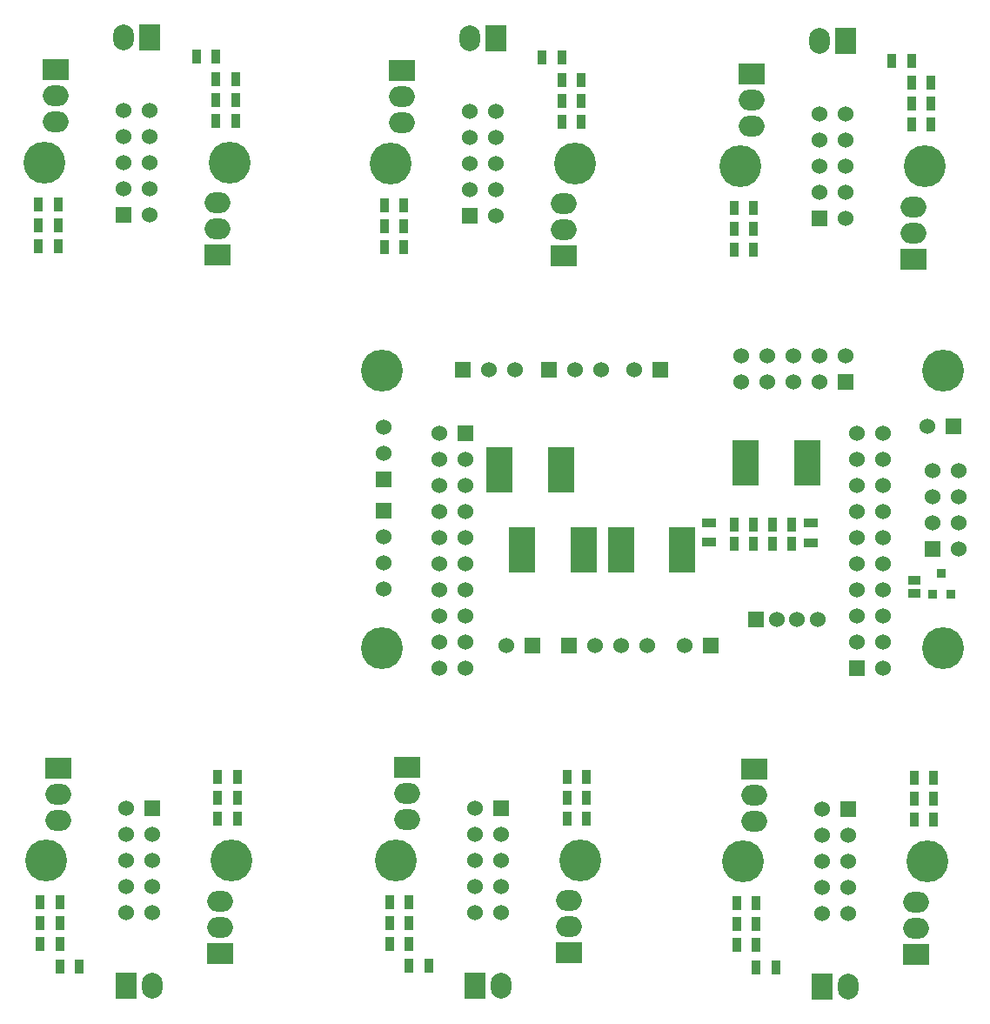
<source format=gbs>
G04 (created by PCBNEW (2013-may-18)-stable) date Чт 26 май 2016 23:42:55*
%MOIN*%
G04 Gerber Fmt 3.4, Leading zero omitted, Abs format*
%FSLAX34Y34*%
G01*
G70*
G90*
G04 APERTURE LIST*
%ADD10C,0.00590551*%
%ADD11R,0.035X0.055*%
%ADD12R,0.0984252X0.0787402*%
%ADD13O,0.0984252X0.0787402*%
%ADD14R,0.0787402X0.0984252*%
%ADD15O,0.0787402X0.0984252*%
%ADD16R,0.06X0.06*%
%ADD17C,0.06*%
%ADD18C,0.16*%
%ADD19R,0.1004X0.1732*%
%ADD20R,0.055X0.035*%
%ADD21R,0.05X0.038*%
%ADD22R,0.036X0.036*%
G04 APERTURE END LIST*
G54D10*
G54D11*
X35600Y-51350D03*
X34850Y-51350D03*
X35600Y-52150D03*
X34850Y-52150D03*
X35600Y-52950D03*
X34850Y-52950D03*
X41650Y-48150D03*
X42400Y-48150D03*
X41650Y-47350D03*
X42400Y-47350D03*
X41650Y-46550D03*
X42400Y-46550D03*
X36350Y-53800D03*
X35600Y-53800D03*
G54D12*
X35525Y-46200D03*
G54D13*
X35525Y-47200D03*
X35525Y-48200D03*
G54D12*
X41725Y-53300D03*
G54D13*
X41725Y-52300D03*
X41725Y-51300D03*
G54D14*
X38125Y-54550D03*
G54D15*
X39125Y-54550D03*
G54D16*
X39125Y-47750D03*
G54D17*
X38125Y-47750D03*
X39125Y-48750D03*
X38125Y-48750D03*
X39125Y-49750D03*
X38125Y-49750D03*
X39125Y-50750D03*
X38125Y-50750D03*
X39125Y-51750D03*
X38125Y-51750D03*
G54D18*
X35081Y-49750D03*
X42168Y-49750D03*
X55543Y-49725D03*
X48456Y-49725D03*
G54D16*
X52500Y-47725D03*
G54D17*
X51500Y-47725D03*
X52500Y-48725D03*
X51500Y-48725D03*
X52500Y-49725D03*
X51500Y-49725D03*
X52500Y-50725D03*
X51500Y-50725D03*
X52500Y-51725D03*
X51500Y-51725D03*
G54D14*
X51500Y-54525D03*
G54D15*
X52500Y-54525D03*
G54D12*
X55100Y-53275D03*
G54D13*
X55100Y-52275D03*
X55100Y-51275D03*
G54D12*
X48900Y-46175D03*
G54D13*
X48900Y-47175D03*
X48900Y-48175D03*
G54D11*
X49725Y-53775D03*
X48975Y-53775D03*
X55025Y-46525D03*
X55775Y-46525D03*
X55025Y-47325D03*
X55775Y-47325D03*
X55025Y-48125D03*
X55775Y-48125D03*
X48975Y-52925D03*
X48225Y-52925D03*
X48975Y-52125D03*
X48225Y-52125D03*
X48975Y-51325D03*
X48225Y-51325D03*
X62275Y-51375D03*
X61525Y-51375D03*
X62275Y-52175D03*
X61525Y-52175D03*
X62275Y-52975D03*
X61525Y-52975D03*
X68325Y-48175D03*
X69075Y-48175D03*
X68325Y-47375D03*
X69075Y-47375D03*
X68325Y-46575D03*
X69075Y-46575D03*
X63025Y-53825D03*
X62275Y-53825D03*
G54D12*
X62200Y-46225D03*
G54D13*
X62200Y-47225D03*
X62200Y-48225D03*
G54D12*
X68400Y-53325D03*
G54D13*
X68400Y-52325D03*
X68400Y-51325D03*
G54D14*
X64800Y-54575D03*
G54D15*
X65800Y-54575D03*
G54D16*
X65800Y-47775D03*
G54D17*
X64800Y-47775D03*
X65800Y-48775D03*
X64800Y-48775D03*
X65800Y-49775D03*
X64800Y-49775D03*
X65800Y-50775D03*
X64800Y-50775D03*
X65800Y-51775D03*
X64800Y-51775D03*
G54D18*
X61756Y-49775D03*
X68843Y-49775D03*
G54D11*
X41575Y-21400D03*
X42325Y-21400D03*
X41575Y-20600D03*
X42325Y-20600D03*
X41575Y-19800D03*
X42325Y-19800D03*
X35525Y-24600D03*
X34775Y-24600D03*
X35525Y-25400D03*
X34775Y-25400D03*
X35525Y-26200D03*
X34775Y-26200D03*
X40825Y-18950D03*
X41575Y-18950D03*
G54D12*
X41650Y-26550D03*
G54D13*
X41650Y-25550D03*
X41650Y-24550D03*
G54D12*
X35450Y-19450D03*
G54D13*
X35450Y-20450D03*
X35450Y-21450D03*
G54D14*
X39050Y-18200D03*
G54D15*
X38050Y-18200D03*
G54D16*
X38050Y-25000D03*
G54D17*
X39050Y-25000D03*
X38050Y-24000D03*
X39050Y-24000D03*
X38050Y-23000D03*
X39050Y-23000D03*
X38050Y-22000D03*
X39050Y-22000D03*
X38050Y-21000D03*
X39050Y-21000D03*
G54D18*
X42093Y-23000D03*
X35006Y-23000D03*
X48256Y-23025D03*
X55343Y-23025D03*
G54D16*
X51300Y-25025D03*
G54D17*
X52300Y-25025D03*
X51300Y-24025D03*
X52300Y-24025D03*
X51300Y-23025D03*
X52300Y-23025D03*
X51300Y-22025D03*
X52300Y-22025D03*
X51300Y-21025D03*
X52300Y-21025D03*
G54D14*
X52300Y-18225D03*
G54D15*
X51300Y-18225D03*
G54D12*
X48700Y-19475D03*
G54D13*
X48700Y-20475D03*
X48700Y-21475D03*
G54D12*
X54900Y-26575D03*
G54D13*
X54900Y-25575D03*
X54900Y-24575D03*
G54D11*
X54075Y-18975D03*
X54825Y-18975D03*
X48775Y-26225D03*
X48025Y-26225D03*
X48775Y-25425D03*
X48025Y-25425D03*
X48775Y-24625D03*
X48025Y-24625D03*
X54825Y-19825D03*
X55575Y-19825D03*
X54825Y-20625D03*
X55575Y-20625D03*
X54825Y-21425D03*
X55575Y-21425D03*
X68225Y-21550D03*
X68975Y-21550D03*
X68225Y-20750D03*
X68975Y-20750D03*
X68225Y-19950D03*
X68975Y-19950D03*
X62175Y-24750D03*
X61425Y-24750D03*
X62175Y-25550D03*
X61425Y-25550D03*
X62175Y-26350D03*
X61425Y-26350D03*
X67475Y-19100D03*
X68225Y-19100D03*
G54D12*
X68300Y-26700D03*
G54D13*
X68300Y-25700D03*
X68300Y-24700D03*
G54D12*
X62100Y-19600D03*
G54D13*
X62100Y-20600D03*
X62100Y-21600D03*
G54D14*
X65700Y-18350D03*
G54D15*
X64700Y-18350D03*
G54D16*
X64700Y-25150D03*
G54D17*
X65700Y-25150D03*
X64700Y-24150D03*
X65700Y-24150D03*
X64700Y-23150D03*
X65700Y-23150D03*
X64700Y-22150D03*
X65700Y-22150D03*
X64700Y-21150D03*
X65700Y-21150D03*
G54D18*
X68743Y-23150D03*
X61656Y-23150D03*
G54D19*
X55661Y-37820D03*
X53299Y-37820D03*
G54D11*
X62886Y-36853D03*
X63636Y-36853D03*
X62179Y-37601D03*
X61429Y-37601D03*
X62179Y-36853D03*
X61429Y-36853D03*
X62886Y-37601D03*
X63636Y-37601D03*
G54D20*
X60485Y-37543D03*
X60485Y-36793D03*
X64383Y-36813D03*
X64383Y-37563D03*
G54D16*
X51050Y-30950D03*
G54D17*
X52050Y-30950D03*
X53050Y-30950D03*
G54D16*
X58600Y-30950D03*
G54D17*
X57600Y-30950D03*
G54D16*
X51137Y-33367D03*
G54D17*
X50137Y-33367D03*
X51137Y-34367D03*
X50137Y-34367D03*
X51137Y-35367D03*
X50137Y-35367D03*
X51137Y-36367D03*
X50137Y-36367D03*
X51137Y-37367D03*
X50137Y-37367D03*
X51137Y-38367D03*
X50137Y-38367D03*
X51137Y-39367D03*
X50137Y-39367D03*
X51137Y-40367D03*
X50137Y-40367D03*
X51137Y-41367D03*
X50137Y-41367D03*
X51137Y-42367D03*
X50137Y-42367D03*
G54D16*
X66137Y-42367D03*
G54D17*
X67137Y-42367D03*
X66137Y-41367D03*
X67137Y-41367D03*
X66137Y-40367D03*
X67137Y-40367D03*
X66137Y-39367D03*
X67137Y-39367D03*
X66137Y-38367D03*
X67137Y-38367D03*
X66137Y-37367D03*
X67137Y-37367D03*
X66137Y-36367D03*
X67137Y-36367D03*
X66137Y-35367D03*
X67137Y-35367D03*
X66137Y-34367D03*
X67137Y-34367D03*
X66137Y-33367D03*
X67137Y-33367D03*
G54D16*
X54325Y-30950D03*
G54D17*
X55325Y-30950D03*
X56325Y-30950D03*
G54D16*
X62268Y-40500D03*
G54D17*
X63056Y-40500D03*
X63843Y-40500D03*
X64631Y-40500D03*
G54D16*
X69050Y-37800D03*
G54D17*
X70050Y-37800D03*
X69050Y-36800D03*
X70050Y-36800D03*
X69050Y-35800D03*
X70050Y-35800D03*
X69050Y-34800D03*
X70050Y-34800D03*
G54D18*
X69450Y-30970D03*
X69450Y-41600D03*
X47950Y-41600D03*
X47950Y-30970D03*
G54D16*
X65700Y-31400D03*
G54D17*
X65700Y-30400D03*
X64700Y-31400D03*
X64700Y-30400D03*
X63700Y-31400D03*
X63700Y-30400D03*
X62700Y-31400D03*
X62700Y-30400D03*
X61700Y-31400D03*
X61700Y-30400D03*
G54D21*
X68350Y-39000D03*
X68350Y-39500D03*
G54D19*
X59451Y-37830D03*
X57089Y-37830D03*
X61869Y-34500D03*
X64231Y-34500D03*
X54801Y-34780D03*
X52439Y-34780D03*
G54D16*
X48000Y-35150D03*
G54D17*
X48000Y-34150D03*
X48000Y-33150D03*
G54D22*
X69025Y-39550D03*
X69725Y-39550D03*
X69375Y-38750D03*
G54D16*
X48000Y-36350D03*
G54D17*
X48000Y-37350D03*
X48000Y-38350D03*
X48000Y-39350D03*
G54D16*
X60550Y-41500D03*
G54D17*
X59550Y-41500D03*
G54D16*
X69850Y-33100D03*
G54D17*
X68850Y-33100D03*
G54D16*
X53700Y-41500D03*
G54D17*
X52700Y-41500D03*
G54D16*
X55100Y-41500D03*
G54D17*
X56100Y-41500D03*
X57100Y-41500D03*
X58100Y-41500D03*
M02*

</source>
